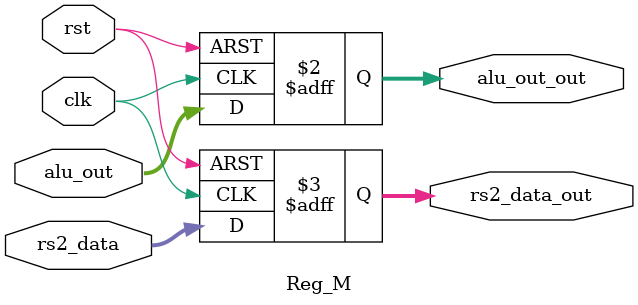
<source format=v>
module Reg_M(
    input clk,
	input rst,
    input [31:0] alu_out,
    input [31:0] rs2_data,
    output reg [31:0] alu_out_out,
    output reg [31:0] rs2_data_out
);
always@(posedge clk or posedge rst)
begin
if (rst)begin
alu_out_out <= 32'b0;
rs2_data_out <= 32'b0;
end
else begin
alu_out_out <= alu_out;
rs2_data_out <= rs2_data;
end
end
endmodule

</source>
